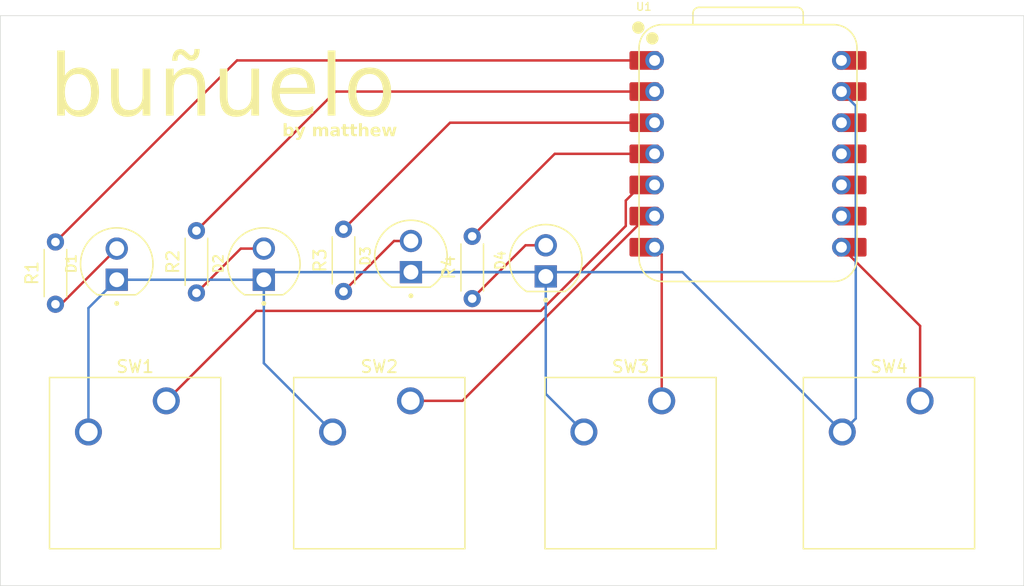
<source format=kicad_pcb>
(kicad_pcb (version 20241229) (generator "pcbnew") (generator_version "9.0")
  (layers (0 "F.Cu" signal) (2 "B.Cu" signal) (13 "F.Paste" user) (15 "B.Paste" user) (5 "F.SilkS" user "F.Silkscreen") (7 "B.SilkS" user "B.Silkscreen") (1 "F.Mask" user) (3 "B.Mask" user) (25 "Edge.Cuts" user))
  (net 0 "")
  (net 1 "Net-(D1-PadA)")
  (net 2 "GND")
  (net 3 "Net-(D2-PadA)")
  (net 4 "Net-(D3-PadA)")
  (net 5 "Net-(D4-PadA)")
  (net 6 "LED1")
  (net 7 "LED2")
  (net 8 "LED3")
  (net 9 "LED4")
  (net 10 "button1")
  (net 11 "button2")
  (net 12 "button3")
  (net 13 "button4")
  (footprint "lib:LEDRD254W57D500H1070 (1)" (layer "F.Cu") (at 187.5 87.5 90)
    (property "Reference" "D4" (at 0.04 -3.708 90) (layer "F.SilkS") (effects (font (size 0.8 0.8))))
    (property "Value" "L08R5000Q1")
    (fp_line (start -2.5 -1.566) (end -2.5 1.566) (stroke (width 0.127)) (layer "F.SilkS"))
    (fp_arc (start -2.5 -1.566) (mid 2.961291 0) (end -2.5 1.566) (stroke (width 0.127)) (layer "F.SilkS"))
    (fp_circle (center -3.2 0) (end -3.1 0) (stroke (width 0.2)) (fill no) (layer "F.SilkS"))
    (pad "A" thru_hole circle (at 1.27 0 90) (size 1.815 1.815) (drill 1.21) (layers "*.Cu" "*.Mask") (net 5 "Net-(D4-PadA)"))
    (pad "C" thru_hole rect (at -1.27 0 90) (size 1.815 1.815) (drill 1.21) (layers "*.Cu" "*.Mask") (net 2 "GND"))
  )
  (footprint "Button_Switch_Keyboard:SW_Cherry_MX_1.00u_PCB" (layer "F.Cu") (at 156.54 98.92)
    (property "Reference" "SW1" (at -2.54 -2.794 0) (layer "F.SilkS"))
    (property "Value" "SW_Push")
    (fp_line (start -9.525 -1.905) (end 4.445 -1.905) (stroke (width 0.12)) (layer "F.SilkS"))
    (fp_line (start -9.525 12.065) (end -9.525 -1.905) (stroke (width 0.12)) (layer "F.SilkS"))
    (fp_line (start 4.445 -1.905) (end 4.445 12.065) (stroke (width 0.12)) (layer "F.SilkS"))
    (fp_line (start 4.445 12.065) (end -9.525 12.065) (stroke (width 0.12)) (layer "F.SilkS"))
    (pad "" np_thru_hole circle (at -7.62 5.08) (size 1.7 1.7) (drill 1.7) (layers "*.Cu" "*.Mask"))
    (pad "" np_thru_hole circle (at -2.54 5.08) (size 4 4) (drill 4) (layers "*.Cu" "*.Mask"))
    (pad "" np_thru_hole circle (at 2.54 5.08) (size 1.7 1.7) (drill 1.7) (layers "*.Cu" "*.Mask"))
    (pad "1" thru_hole circle (at 0 0) (size 2.2 2.2) (drill 1.5) (layers "*.Cu" "*.Mask") (net 10 "button1"))
    (pad "2" thru_hole circle (at -6.35 2.54) (size 2.2 2.2) (drill 1.5) (layers "*.Cu" "*.Mask") (net 2 "GND"))
  )
  (footprint "lib:LEDRD254W57D500H1070 (1)" (layer "F.Cu") (at 176.5 87.15 90)
    (property "Reference" "D3" (at 0.04 -3.708 90) (layer "F.SilkS") (effects (font (size 0.8 0.8))))
    (property "Value" "L08R5000Q1")
    (fp_line (start -2.5 -1.566) (end -2.5 1.566) (stroke (width 0.127)) (layer "F.SilkS"))
    (fp_arc (start -2.5 -1.566) (mid 2.961291 0) (end -2.5 1.566) (stroke (width 0.127)) (layer "F.SilkS"))
    (fp_circle (center -3.2 0) (end -3.1 0) (stroke (width 0.2)) (fill no) (layer "F.SilkS"))
    (pad "A" thru_hole circle (at 1.27 0 90) (size 1.815 1.815) (drill 1.21) (layers "*.Cu" "*.Mask") (net 4 "Net-(D3-PadA)"))
    (pad "C" thru_hole rect (at -1.27 0 90) (size 1.815 1.815) (drill 1.21) (layers "*.Cu" "*.Mask") (net 2 "GND"))
  )
  (footprint "Button_Switch_Keyboard:SW_Cherry_MX_1.00u_PCB" (layer "F.Cu") (at 176.46 98.92)
    (property "Reference" "SW2" (at -2.54 -2.794 0) (layer "F.SilkS"))
    (property "Value" "SW_Push")
    (fp_line (start -9.525 -1.905) (end 4.445 -1.905) (stroke (width 0.12)) (layer "F.SilkS"))
    (fp_line (start -9.525 12.065) (end -9.525 -1.905) (stroke (width 0.12)) (layer "F.SilkS"))
    (fp_line (start 4.445 -1.905) (end 4.445 12.065) (stroke (width 0.12)) (layer "F.SilkS"))
    (fp_line (start 4.445 12.065) (end -9.525 12.065) (stroke (width 0.12)) (layer "F.SilkS"))
    (pad "" np_thru_hole circle (at -7.62 5.08) (size 1.7 1.7) (drill 1.7) (layers "*.Cu" "*.Mask"))
    (pad "" np_thru_hole circle (at -2.54 5.08) (size 4 4) (drill 4) (layers "*.Cu" "*.Mask"))
    (pad "" np_thru_hole circle (at 2.54 5.08) (size 1.7 1.7) (drill 1.7) (layers "*.Cu" "*.Mask"))
    (pad "1" thru_hole circle (at 0 0) (size 2.2 2.2) (drill 1.5) (layers "*.Cu" "*.Mask") (net 11 "button2"))
    (pad "2" thru_hole circle (at -6.35 2.54) (size 2.2 2.2) (drill 1.5) (layers "*.Cu" "*.Mask") (net 2 "GND"))
  )
  (footprint "lib:LEDRD254W57D500H1070 (1)" (layer "F.Cu") (at 152.5 87.77 90)
    (property "Reference" "D1" (at 0.04 -3.708 90) (layer "F.SilkS") (effects (font (size 0.8 0.8))))
    (property "Value" "L08R5000Q1")
    (fp_line (start -2.5 -1.566) (end -2.5 1.566) (stroke (width 0.127)) (layer "F.SilkS"))
    (fp_arc (start -2.5 -1.566) (mid 2.961291 0) (end -2.5 1.566) (stroke (width 0.127)) (layer "F.SilkS"))
    (fp_circle (center -3.2 0) (end -3.1 0) (stroke (width 0.2)) (fill no) (layer "F.SilkS"))
    (pad "A" thru_hole circle (at 1.27 0 90) (size 1.815 1.815) (drill 1.21) (layers "*.Cu" "*.Mask") (net 1 "Net-(D1-PadA)"))
    (pad "C" thru_hole rect (at -1.27 0 90) (size 1.815 1.815) (drill 1.21) (layers "*.Cu" "*.Mask") (net 2 "GND"))
  )
  (footprint "Button_Switch_Keyboard:SW_Cherry_MX_1.00u_PCB" (layer "F.Cu") (at 218.04 98.92)
    (property "Reference" "SW4" (at -2.54 -2.794 0) (layer "F.SilkS"))
    (property "Value" "SW_Push")
    (fp_line (start -9.525 -1.905) (end 4.445 -1.905) (stroke (width 0.12)) (layer "F.SilkS"))
    (fp_line (start -9.525 12.065) (end -9.525 -1.905) (stroke (width 0.12)) (layer "F.SilkS"))
    (fp_line (start 4.445 -1.905) (end 4.445 12.065) (stroke (width 0.12)) (layer "F.SilkS"))
    (fp_line (start 4.445 12.065) (end -9.525 12.065) (stroke (width 0.12)) (layer "F.SilkS"))
    (pad "" np_thru_hole circle (at -7.62 5.08) (size 1.7 1.7) (drill 1.7) (layers "*.Cu" "*.Mask"))
    (pad "" np_thru_hole circle (at -2.54 5.08) (size 4 4) (drill 4) (layers "*.Cu" "*.Mask"))
    (pad "" np_thru_hole circle (at 2.54 5.08) (size 1.7 1.7) (drill 1.7) (layers "*.Cu" "*.Mask"))
    (pad "1" thru_hole circle (at 0 0) (size 2.2 2.2) (drill 1.5) (layers "*.Cu" "*.Mask") (net 13 "button4"))
    (pad "2" thru_hole circle (at -6.35 2.54) (size 2.2 2.2) (drill 1.5) (layers "*.Cu" "*.Mask") (net 2 "GND"))
  )
  (footprint "lib:LEDRD254W57D500H1070 (1)" (layer "F.Cu") (at 164.5 87.77 90)
    (property "Reference" "D2" (at 0.04 -3.708 90) (layer "F.SilkS") (effects (font (size 0.8 0.8))))
    (property "Value" "L08R5000Q1")
    (fp_line (start -2.5 -1.566) (end -2.5 1.566) (stroke (width 0.127)) (layer "F.SilkS"))
    (fp_arc (start -2.5 -1.566) (mid 2.961291 0) (end -2.5 1.566) (stroke (width 0.127)) (layer "F.SilkS"))
    (fp_circle (center -3.2 0) (end -3.1 0) (stroke (width 0.2)) (fill no) (layer "F.SilkS"))
    (pad "A" thru_hole circle (at 1.27 0 90) (size 1.815 1.815) (drill 1.21) (layers "*.Cu" "*.Mask") (net 3 "Net-(D2-PadA)"))
    (pad "C" thru_hole rect (at -1.27 0 90) (size 1.815 1.815) (drill 1.21) (layers "*.Cu" "*.Mask") (net 2 "GND"))
  )
  (footprint "Resistor_THT:R_Axial_DIN0204_L3.6mm_D1.6mm_P5.08mm_Horizontal" (layer "F.Cu") (at 181.5 90.58 90)
    (property "Reference" "R4" (at 2.54 -1.92 90) (layer "F.SilkS"))
    (property "Value" "R")
    (fp_line (start 0.62 -0.92) (end 4.46 -0.92) (stroke (width 0.12)) (layer "F.SilkS"))
    (fp_line (start 0.62 0.92) (end 4.46 0.92) (stroke (width 0.12)) (layer "F.SilkS"))
    (pad "1" thru_hole circle (at 0 0 90) (size 1.4 1.4) (drill 0.7) (layers "*.Cu" "*.Mask") (net 5 "Net-(D4-PadA)"))
    (pad "2" thru_hole circle (at 5.08 0 90) (size 1.4 1.4) (drill 0.7) (layers "*.Cu" "*.Mask") (net 9 "LED4"))
  )
  (footprint "lib:XIAO-RP2040-DIP" (layer "F.Cu") (at 204 78.7685)
    (property "Reference" "U1" (at -8.5 -12 0) (layer "F.SilkS") (effects (font (size 0.635 0.635) (thickness 0.1016))))
    (property "Value" "XIAO-RP2040-DIP")
    (fp_line (start -8.89 8.509) (end -8.89 -8.636) (stroke (width 0.127)) (layer "F.SilkS"))
    (fp_line (start -6.985 10.414) (end 6.985 10.414) (stroke (width 0.127)) (layer "F.SilkS"))
    (fp_line (start -4.495 -10.541) (end -4.491272 -11.451272) (stroke (width 0.127)) (layer "F.SilkS"))
    (fp_line (start -3.991272 -11.951) (end 4.004 -11.951) (stroke (width 0.127)) (layer "F.SilkS"))
    (fp_line (start 4.504 -11.451) (end 4.504 -10.541) (stroke (width 0.127)) (layer "F.SilkS"))
    (fp_line (start 6.985 -10.541) (end -6.985 -10.541) (stroke (width 0.1)) (layer "F.SilkS"))
    (fp_line (start 6.985 -10.541) (end -6.985 -10.541) (stroke (width 0.127)) (layer "F.SilkS"))
    (fp_line (start 8.89 8.509) (end 8.89 -8.636) (stroke (width 0.127)) (layer "F.SilkS"))
    (fp_arc (start -8.89 -8.636) (mid -8.332038 -9.983038) (end -6.985 -10.541) (stroke (width 0.127)) (layer "F.SilkS"))
    (fp_arc (start -6.985 10.414) (mid -8.332038 9.856038) (end -8.89 8.509) (stroke (width 0.127)) (layer "F.SilkS"))
    (fp_arc (start -4.491272 -11.451272) (mid -4.344728 -11.80464) (end -3.991272 -11.951) (stroke (width 0.127)) (layer "F.SilkS"))
    (fp_arc (start 4.004 -11.951) (mid 4.357553 -11.804553) (end 4.504 -11.451) (stroke (width 0.127)) (layer "F.SilkS"))
    (fp_arc (start 6.985 -10.541) (mid 8.332038 -9.983038) (end 8.89 -8.636) (stroke (width 0.127)) (layer "F.SilkS"))
    (fp_arc (start 8.89 8.509) (mid 8.332038 9.856038) (end 6.985 10.414) (stroke (width 0.127)) (layer "F.SilkS"))
    (fp_circle (center -8.95 -10.3) (end -8.95 -10.554) (stroke (width 0.5)) (fill yes) (layer "F.SilkS"))
    (fp_circle (center -7.807 -9.42) (end -7.807 -9.674) (stroke (width 0.5)) (fill yes) (layer "F.SilkS"))
    (pad "1" smd roundrect (at -8.455 -7.62 180) (size 2.432 1.524) (layers "F.Cu" "F.Mask") (roundrect_rratio 0.1) (net 6 "LED1"))
    (pad "1" thru_hole circle (at -7.62 -7.62 180) (size 1.524 1.524) (drill 0.889) (layers "*.Cu" "*.Mask") (net 6 "LED1"))
    (pad "2" smd roundrect (at -8.455 -5.08 180) (size 2.432 1.524) (layers "F.Cu" "F.Mask") (roundrect_rratio 0.1) (net 7 "LED2"))
    (pad "2" thru_hole circle (at -7.62 -5.08 180) (size 1.524 1.524) (drill 0.889) (layers "*.Cu" "*.Mask") (net 7 "LED2"))
    (pad "3" smd roundrect (at -8.455 -2.54 180) (size 2.432 1.524) (layers "F.Cu" "F.Mask") (roundrect_rratio 0.1) (net 8 "LED3"))
    (pad "3" thru_hole circle (at -7.62 -2.54 180) (size 1.524 1.524) (drill 0.889) (layers "*.Cu" "*.Mask") (net 8 "LED3"))
    (pad "4" smd roundrect (at -8.455 0 180) (size 2.432 1.524) (layers "F.Cu" "F.Mask") (roundrect_rratio 0.1) (net 9 "LED4"))
    (pad "4" thru_hole circle (at -7.62 0 180) (size 1.524 1.524) (drill 0.889) (layers "*.Cu" "*.Mask") (net 9 "LED4"))
    (pad "5" smd roundrect (at -8.455 2.54 180) (size 2.432 1.524) (layers "F.Cu" "F.Mask") (roundrect_rratio 0.1) (net 10 "button1"))
    (pad "5" thru_hole circle (at -7.62 2.54 180) (size 1.524 1.524) (drill 0.889) (layers "*.Cu" "*.Mask") (net 10 "button1"))
    (pad "6" smd roundrect (at -8.455 5.08 180) (size 2.432 1.524) (layers "F.Cu" "F.Mask") (roundrect_rratio 0.1) (net 11 "button2"))
    (pad "6" thru_hole circle (at -7.62 5.08 180) (size 1.524 1.524) (drill 0.889) (layers "*.Cu" "*.Mask") (net 11 "button2"))
    (pad "7" smd roundrect (at -8.455 7.62 180) (size 2.432 1.524) (layers "F.Cu" "F.Mask") (roundrect_rratio 0.1) (net 12 "button3"))
    (pad "7" thru_hole circle (at -7.62 7.62 180) (size 1.524 1.524) (drill 0.889) (layers "*.Cu" "*.Mask") (net 12 "button3"))
    (pad "8" thru_hole circle (at 7.62 7.62) (size 1.524 1.524) (drill 0.889) (layers "*.Cu" "*.Mask") (net 13 "button4"))
    (pad "8" smd roundrect (at 8.455 7.62) (size 2.432 1.524) (layers "F.Cu" "F.Mask") (roundrect_rratio 0.1) (net 13 "button4"))
    (pad "9" thru_hole circle (at 7.62 5.08) (size 1.524 1.524) (drill 0.889) (layers "*.Cu" "*.Mask"))
    (pad "9" smd roundrect (at 8.455 5.08) (size 2.432 1.524) (layers "F.Cu" "F.Mask") (roundrect_rratio 0.1))
    (pad "10" thru_hole circle (at 7.62 2.54) (size 1.524 1.524) (drill 0.889) (layers "*.Cu" "*.Mask"))
    (pad "10" smd roundrect (at 8.455 2.54) (size 2.432 1.524) (layers "F.Cu" "F.Mask") (roundrect_rratio 0.1))
    (pad "11" thru_hole circle (at 7.62 0) (size 1.524 1.524) (drill 0.889) (layers "*.Cu" "*.Mask"))
    (pad "11" smd roundrect (at 8.455 0) (size 2.432 1.524) (layers "F.Cu" "F.Mask") (roundrect_rratio 0.1))
    (pad "12" thru_hole circle (at 7.62 -2.54) (size 1.524 1.524) (drill 0.889) (layers "*.Cu" "*.Mask"))
    (pad "12" smd roundrect (at 8.455 -2.54) (size 2.432 1.524) (layers "F.Cu" "F.Mask") (roundrect_rratio 0.1))
    (pad "13" thru_hole circle (at 7.62 -5.08) (size 1.524 1.524) (drill 0.889) (layers "*.Cu" "*.Mask") (net 2 "GND"))
    (pad "13" smd roundrect (at 8.455 -5.08) (size 2.432 1.524) (layers "F.Cu" "F.Mask") (roundrect_rratio 0.1) (net 2 "GND"))
    (pad "14" thru_hole circle (at 7.62 -7.62) (size 1.524 1.524) (drill 0.889) (layers "*.Cu" "*.Mask"))
    (pad "14" smd roundrect (at 8.455 -7.62) (size 2.432 1.524) (layers "F.Cu" "F.Mask") (roundrect_rratio 0.1))
  )
  (footprint "Resistor_THT:R_Axial_DIN0204_L3.6mm_D1.6mm_P5.08mm_Horizontal" (layer "F.Cu") (at 147.5 91.04 90)
    (property "Reference" "R1" (at 2.54 -1.92 90) (layer "F.SilkS"))
    (property "Value" "R")
    (fp_line (start 0.62 -0.92) (end 4.46 -0.92) (stroke (width 0.12)) (layer "F.SilkS"))
    (fp_line (start 0.62 0.92) (end 4.46 0.92) (stroke (width 0.12)) (layer "F.SilkS"))
    (pad "1" thru_hole circle (at 0 0 90) (size 1.4 1.4) (drill 0.7) (layers "*.Cu" "*.Mask") (net 1 "Net-(D1-PadA)"))
    (pad "2" thru_hole circle (at 5.08 0 90) (size 1.4 1.4) (drill 0.7) (layers "*.Cu" "*.Mask") (net 6 "LED1"))
  )
  (footprint "Resistor_THT:R_Axial_DIN0204_L3.6mm_D1.6mm_P5.08mm_Horizontal" (layer "F.Cu") (at 171 90 90)
    (property "Reference" "R3" (at 2.54 -1.92 90) (layer "F.SilkS"))
    (property "Value" "R")
    (fp_line (start 0.62 -0.92) (end 4.46 -0.92) (stroke (width 0.12)) (layer "F.SilkS"))
    (fp_line (start 0.62 0.92) (end 4.46 0.92) (stroke (width 0.12)) (layer "F.SilkS"))
    (pad "1" thru_hole circle (at 0 0 90) (size 1.4 1.4) (drill 0.7) (layers "*.Cu" "*.Mask") (net 4 "Net-(D3-PadA)"))
    (pad "2" thru_hole circle (at 5.08 0 90) (size 1.4 1.4) (drill 0.7) (layers "*.Cu" "*.Mask") (net 8 "LED3"))
  )
  (footprint "Resistor_THT:R_Axial_DIN0204_L3.6mm_D1.6mm_P5.08mm_Horizontal" (layer "F.Cu") (at 159 90.12 90)
    (property "Reference" "R2" (at 2.54 -1.92 90) (layer "F.SilkS"))
    (property "Value" "R")
    (fp_line (start 0.62 -0.92) (end 4.46 -0.92) (stroke (width 0.12)) (layer "F.SilkS"))
    (fp_line (start 0.62 0.92) (end 4.46 0.92) (stroke (width 0.12)) (layer "F.SilkS"))
    (pad "1" thru_hole circle (at 0 0 90) (size 1.4 1.4) (drill 0.7) (layers "*.Cu" "*.Mask") (net 3 "Net-(D2-PadA)"))
    (pad "2" thru_hole circle (at 5.08 0 90) (size 1.4 1.4) (drill 0.7) (layers "*.Cu" "*.Mask") (net 7 "LED2"))
  )
  (footprint "Button_Switch_Keyboard:SW_Cherry_MX_1.00u_PCB" (layer "F.Cu") (at 196.96 98.92)
    (property "Reference" "SW3" (at -2.54 -2.794 0) (layer "F.SilkS"))
    (property "Value" "SW_Push")
    (fp_line (start -9.525 -1.905) (end 4.445 -1.905) (stroke (width 0.12)) (layer "F.SilkS"))
    (fp_line (start -9.525 12.065) (end -9.525 -1.905) (stroke (width 0.12)) (layer "F.SilkS"))
    (fp_line (start 4.445 -1.905) (end 4.445 12.065) (stroke (width 0.12)) (layer "F.SilkS"))
    (fp_line (start 4.445 12.065) (end -9.525 12.065) (stroke (width 0.12)) (layer "F.SilkS"))
    (pad "" np_thru_hole circle (at -7.62 5.08) (size 1.7 1.7) (drill 1.7) (layers "*.Cu" "*.Mask"))
    (pad "" np_thru_hole circle (at -2.54 5.08) (size 4 4) (drill 4) (layers "*.Cu" "*.Mask"))
    (pad "" np_thru_hole circle (at 2.54 5.08) (size 1.7 1.7) (drill 1.7) (layers "*.Cu" "*.Mask"))
    (pad "1" thru_hole circle (at 0 0) (size 2.2 2.2) (drill 1.5) (layers "*.Cu" "*.Mask") (net 12 "button3"))
    (pad "2" thru_hole circle (at -6.35 2.54) (size 2.2 2.2) (drill 1.5) (layers "*.Cu" "*.Mask") (net 2 "GND"))
  )
  (gr_rect (start 143 67.5) (end 226.5 114) (stroke (width 0.05)) (fill no) (layer "Edge.Cuts"))
  (gr_text "by matthew" (at 166 77.5 0) (layer "F.SilkS") (effects (font (size 1 1) (thickness 0.1)) (justify left bottom)))
  (gr_text "buñuelo" (at 147 76.5 0) (layer "F.SilkS") (effects (font (size 5 5) (thickness 0.75)) (justify left bottom)))
  (segment (start 152.5 86.5) (end 147.96 91.04) (width 0.2) (layer "F.Cu") (net 1))
  (segment (start 147.96 91.04) (end 147.5 91.04) (width 0.2) (layer "F.Cu") (net 1))
  (segment (start 212.789999 100.360001) (end 212.789999 74.858499) (width 0.2) (layer "B.Cu") (net 2))
  (segment (start 152.5 89.04) (end 164.5 89.04) (width 0.2) (layer "B.Cu") (net 2))
  (segment (start 198.65 88.42) (end 211.69 101.46) (width 0.2) (layer "B.Cu") (net 2))
  (segment (start 187.15 88.42) (end 187.5 88.77) (width 0.2) (layer "B.Cu") (net 2))
  (segment (start 187.5 98.35) (end 190.61 101.46) (width 0.2) (layer "B.Cu") (net 2))
  (segment (start 164.5 89.04) (end 164.5 95.85) (width 0.2) (layer "B.Cu") (net 2))
  (segment (start 187.5 88.77) (end 187.5 98.35) (width 0.2) (layer "B.Cu") (net 2))
  (segment (start 211.69 101.46) (end 212.789999 100.360001) (width 0.2) (layer "B.Cu") (net 2))
  (segment (start 176.5 88.42) (end 187.15 88.42) (width 0.2) (layer "B.Cu") (net 2))
  (segment (start 165.12 88.42) (end 176.5 88.42) (width 0.2) (layer "B.Cu") (net 2))
  (segment (start 176.5 88.42) (end 198.65 88.42) (width 0.2) (layer "B.Cu") (net 2))
  (segment (start 164.5 89.04) (end 165.12 88.42) (width 0.2) (layer "B.Cu") (net 2))
  (segment (start 150.19 101.46) (end 150.19 91.35) (width 0.2) (layer "B.Cu") (net 2))
  (segment (start 150.19 91.35) (end 152.5 89.04) (width 0.2) (layer "B.Cu") (net 2))
  (segment (start 164.5 95.85) (end 170.11 101.46) (width 0.2) (layer "B.Cu") (net 2))
  (segment (start 212.789999 74.858499) (end 211.62 73.6885) (width 0.2) (layer "B.Cu") (net 2))
  (segment (start 164.5 86.5) (end 162.62 86.5) (width 0.2) (layer "F.Cu") (net 3))
  (segment (start 162.62 86.5) (end 159 90.12) (width 0.2) (layer "F.Cu") (net 3))
  (segment (start 176.5 85.88) (end 175.12 85.88) (width 0.2) (layer "F.Cu") (net 4))
  (segment (start 175.12 85.88) (end 171 90) (width 0.2) (layer "F.Cu") (net 4))
  (segment (start 187.5 86.23) (end 185.85 86.23) (width 0.2) (layer "F.Cu") (net 5))
  (segment (start 185.85 86.23) (end 181.5 90.58) (width 0.2) (layer "F.Cu") (net 5))
  (segment (start 147.5 85.96) (end 162.3115 71.1485) (width 0.2) (layer "F.Cu") (net 6))
  (segment (start 162.3115 71.1485) (end 196.38 71.1485) (width 0.2) (layer "F.Cu") (net 6))
  (segment (start 170.3515 73.6885) (end 196.38 73.6885) (width 0.2) (layer "F.Cu") (net 7))
  (segment (start 159 85.04) (end 170.3515 73.6885) (width 0.2) (layer "F.Cu") (net 7))
  (segment (start 179.6915 76.2285) (end 196.38 76.2285) (width 0.2) (layer "F.Cu") (net 8))
  (segment (start 171 84.92) (end 179.6915 76.2285) (width 0.2) (layer "F.Cu") (net 8))
  (segment (start 181.5 85.5) (end 188.2315 78.7685) (width 0.2) (layer "F.Cu") (net 9))
  (segment (start 188.2315 78.7685) (end 196.38 78.7685) (width 0.2) (layer "F.Cu") (net 9))
  (segment (start 194.028 82.58287) (end 195.30237 81.3085) (width 0.2) (layer "F.Cu") (net 10))
  (segment (start 187.097126 91.581) (end 194.028 84.650126) (width 0.2) (layer "F.Cu") (net 10))
  (segment (start 156.54 98.92) (end 163.879 91.581) (width 0.2) (layer "F.Cu") (net 10))
  (segment (start 163.879 91.581) (end 187.097126 91.581) (width 0.2) (layer "F.Cu") (net 10))
  (segment (start 195.30237 81.3085) (end 196.38 81.3085) (width 0.2) (layer "F.Cu") (net 10))
  (segment (start 194.028 84.650126) (end 194.028 82.58287) (width 0.2) (layer "F.Cu") (net 10))
  (segment (start 176.46 98.92) (end 180.694874 98.92) (width 0.2) (layer "F.Cu") (net 11))
  (segment (start 180.694874 98.92) (end 195.766374 83.8485) (width 0.2) (layer "F.Cu") (net 11))
  (segment (start 176.92 98.92) (end 177 99) (width 0.2) (layer "F.Cu") (net 11))
  (segment (start 195.766374 83.8485) (end 196.38 83.8485) (width 0.2) (layer "F.Cu") (net 11))
  (segment (start 176.46 98.92) (end 176.92 98.92) (width 0.2) (layer "F.Cu") (net 11))
  (segment (start 196.96 98.92) (end 196.96 86.9685) (width 0.2) (layer "F.Cu") (net 12))
  (segment (start 196.96 86.9685) (end 196.38 86.3885) (width 0.2) (layer "F.Cu") (net 12))
  (segment (start 218.04 92.8085) (end 211.62 86.3885) (width 0.2) (layer "F.Cu") (net 13))
  (segment (start 218.04 98.92) (end 218.04 92.8085) (width 0.2) (layer "F.Cu") (net 13))
)
</source>
